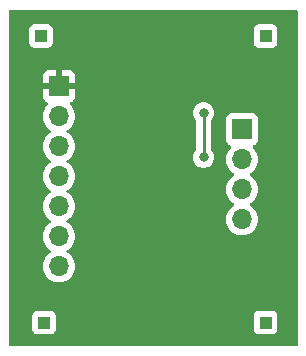
<source format=gbr>
G04 #@! TF.GenerationSoftware,KiCad,Pcbnew,8.0.01-1-dev-1e03266dfe*
G04 #@! TF.CreationDate,2024-03-02T01:48:17-08:00*
G04 #@! TF.ProjectId,sfh7074_breakoutboard,73666837-3037-4345-9f62-7265616b6f75,rev?*
G04 #@! TF.SameCoordinates,Original*
G04 #@! TF.FileFunction,Copper,L2,Bot*
G04 #@! TF.FilePolarity,Positive*
%FSLAX46Y46*%
G04 Gerber Fmt 4.6, Leading zero omitted, Abs format (unit mm)*
G04 Created by KiCad (PCBNEW 8.0.01-1-dev-1e03266dfe) date 2024-03-02 01:48:17*
%MOMM*%
%LPD*%
G01*
G04 APERTURE LIST*
G04 #@! TA.AperFunction,ComponentPad*
%ADD10R,1.700000X1.700000*%
G04 #@! TD*
G04 #@! TA.AperFunction,ComponentPad*
%ADD11O,1.700000X1.700000*%
G04 #@! TD*
G04 #@! TA.AperFunction,ComponentPad*
%ADD12R,1.000000X1.000000*%
G04 #@! TD*
G04 #@! TA.AperFunction,ViaPad*
%ADD13C,0.800000*%
G04 #@! TD*
G04 #@! TA.AperFunction,Conductor*
%ADD14C,0.250000*%
G04 #@! TD*
G04 APERTURE END LIST*
D10*
X24000000Y-21000000D03*
D11*
X24000000Y-23540000D03*
X24000000Y-26080000D03*
X24000000Y-28620000D03*
X24000000Y-31160000D03*
X24000000Y-33700000D03*
X24000000Y-36240000D03*
D10*
X39500000Y-24650000D03*
D11*
X39500000Y-27190000D03*
X39500000Y-29730000D03*
X39500000Y-32270000D03*
D12*
X41500000Y-41000000D03*
X41500000Y-16750000D03*
X22750000Y-41000000D03*
X22500000Y-16750000D03*
D13*
X32250000Y-19500000D03*
X36250000Y-23250000D03*
X36250000Y-27000000D03*
D14*
X36250000Y-27000000D02*
X36250000Y-23250000D01*
G04 #@! TA.AperFunction,Conductor*
G36*
X44182539Y-14530185D02*
G01*
X44228294Y-14582989D01*
X44239500Y-14634500D01*
X44239500Y-42865500D01*
X44219815Y-42932539D01*
X44167011Y-42978294D01*
X44115500Y-42989500D01*
X19884500Y-42989500D01*
X19817461Y-42969815D01*
X19771706Y-42917011D01*
X19760500Y-42865500D01*
X19760500Y-41548654D01*
X21741500Y-41548654D01*
X21748011Y-41609202D01*
X21748011Y-41609204D01*
X21799111Y-41746204D01*
X21886739Y-41863261D01*
X22003796Y-41950889D01*
X22140799Y-42001989D01*
X22168050Y-42004918D01*
X22201345Y-42008499D01*
X22201362Y-42008500D01*
X23298638Y-42008500D01*
X23298654Y-42008499D01*
X23325692Y-42005591D01*
X23359201Y-42001989D01*
X23496204Y-41950889D01*
X23613261Y-41863261D01*
X23700889Y-41746204D01*
X23751989Y-41609201D01*
X23755591Y-41575692D01*
X23758499Y-41548654D01*
X40491500Y-41548654D01*
X40498011Y-41609202D01*
X40498011Y-41609204D01*
X40549111Y-41746204D01*
X40636739Y-41863261D01*
X40753796Y-41950889D01*
X40890799Y-42001989D01*
X40918050Y-42004918D01*
X40951345Y-42008499D01*
X40951362Y-42008500D01*
X42048638Y-42008500D01*
X42048654Y-42008499D01*
X42075692Y-42005591D01*
X42109201Y-42001989D01*
X42246204Y-41950889D01*
X42363261Y-41863261D01*
X42450889Y-41746204D01*
X42501989Y-41609201D01*
X42505591Y-41575692D01*
X42508499Y-41548654D01*
X42508500Y-41548637D01*
X42508500Y-40451362D01*
X42508499Y-40451345D01*
X42505157Y-40420270D01*
X42501989Y-40390799D01*
X42450889Y-40253796D01*
X42363261Y-40136739D01*
X42246204Y-40049111D01*
X42109203Y-39998011D01*
X42048654Y-39991500D01*
X42048638Y-39991500D01*
X40951362Y-39991500D01*
X40951345Y-39991500D01*
X40890797Y-39998011D01*
X40890795Y-39998011D01*
X40753795Y-40049111D01*
X40636739Y-40136739D01*
X40549111Y-40253795D01*
X40498011Y-40390795D01*
X40498011Y-40390797D01*
X40491500Y-40451345D01*
X40491500Y-41548654D01*
X23758499Y-41548654D01*
X23758500Y-41548637D01*
X23758500Y-40451362D01*
X23758499Y-40451345D01*
X23755157Y-40420270D01*
X23751989Y-40390799D01*
X23700889Y-40253796D01*
X23613261Y-40136739D01*
X23496204Y-40049111D01*
X23359203Y-39998011D01*
X23298654Y-39991500D01*
X23298638Y-39991500D01*
X22201362Y-39991500D01*
X22201345Y-39991500D01*
X22140797Y-39998011D01*
X22140795Y-39998011D01*
X22003795Y-40049111D01*
X21886739Y-40136739D01*
X21799111Y-40253795D01*
X21748011Y-40390795D01*
X21748011Y-40390797D01*
X21741500Y-40451345D01*
X21741500Y-41548654D01*
X19760500Y-41548654D01*
X19760500Y-36240005D01*
X22636844Y-36240005D01*
X22655434Y-36464359D01*
X22655436Y-36464371D01*
X22710703Y-36682614D01*
X22801140Y-36888792D01*
X22924276Y-37077265D01*
X22924284Y-37077276D01*
X23076756Y-37242902D01*
X23076760Y-37242906D01*
X23254424Y-37381189D01*
X23254425Y-37381189D01*
X23254427Y-37381191D01*
X23381135Y-37449761D01*
X23452426Y-37488342D01*
X23665365Y-37561444D01*
X23887431Y-37598500D01*
X24112569Y-37598500D01*
X24334635Y-37561444D01*
X24547574Y-37488342D01*
X24745576Y-37381189D01*
X24923240Y-37242906D01*
X25075722Y-37077268D01*
X25198860Y-36888791D01*
X25289296Y-36682616D01*
X25344564Y-36464368D01*
X25363156Y-36240000D01*
X25344564Y-36015632D01*
X25289296Y-35797384D01*
X25198860Y-35591209D01*
X25075722Y-35402732D01*
X25075719Y-35402729D01*
X25075715Y-35402723D01*
X24923243Y-35237097D01*
X24923238Y-35237092D01*
X24745577Y-35098812D01*
X24745578Y-35098812D01*
X24745576Y-35098811D01*
X24709070Y-35079055D01*
X24659479Y-35029836D01*
X24644371Y-34961619D01*
X24668541Y-34896064D01*
X24709070Y-34860945D01*
X24709084Y-34860936D01*
X24745576Y-34841189D01*
X24923240Y-34702906D01*
X25075722Y-34537268D01*
X25198860Y-34348791D01*
X25289296Y-34142616D01*
X25344564Y-33924368D01*
X25363156Y-33700000D01*
X25357231Y-33628500D01*
X25344565Y-33475640D01*
X25344563Y-33475628D01*
X25293227Y-33272907D01*
X25289296Y-33257384D01*
X25198860Y-33051209D01*
X25075722Y-32862732D01*
X25075719Y-32862729D01*
X25075715Y-32862723D01*
X24923243Y-32697097D01*
X24923238Y-32697092D01*
X24745577Y-32558812D01*
X24745578Y-32558812D01*
X24745576Y-32558811D01*
X24709070Y-32539055D01*
X24659479Y-32489836D01*
X24644371Y-32421619D01*
X24668541Y-32356064D01*
X24709070Y-32320945D01*
X24709084Y-32320936D01*
X24745576Y-32301189D01*
X24785641Y-32270005D01*
X38136844Y-32270005D01*
X38155434Y-32494359D01*
X38155436Y-32494371D01*
X38210703Y-32712614D01*
X38301140Y-32918792D01*
X38424276Y-33107265D01*
X38424284Y-33107276D01*
X38576756Y-33272902D01*
X38576760Y-33272906D01*
X38754424Y-33411189D01*
X38754425Y-33411189D01*
X38754427Y-33411191D01*
X38873497Y-33475628D01*
X38952426Y-33518342D01*
X39165365Y-33591444D01*
X39387431Y-33628500D01*
X39612569Y-33628500D01*
X39834635Y-33591444D01*
X40047574Y-33518342D01*
X40245576Y-33411189D01*
X40423240Y-33272906D01*
X40575722Y-33107268D01*
X40698860Y-32918791D01*
X40789296Y-32712616D01*
X40844564Y-32494368D01*
X40848103Y-32451658D01*
X40863156Y-32270005D01*
X40863156Y-32269994D01*
X40844565Y-32045640D01*
X40844563Y-32045628D01*
X40789296Y-31827385D01*
X40781140Y-31808792D01*
X40698860Y-31621209D01*
X40686711Y-31602614D01*
X40575723Y-31432734D01*
X40575715Y-31432723D01*
X40423243Y-31267097D01*
X40423238Y-31267092D01*
X40245577Y-31128812D01*
X40245578Y-31128812D01*
X40245576Y-31128811D01*
X40209070Y-31109055D01*
X40159479Y-31059836D01*
X40144371Y-30991619D01*
X40168541Y-30926064D01*
X40209070Y-30890945D01*
X40209084Y-30890936D01*
X40245576Y-30871189D01*
X40423240Y-30732906D01*
X40575722Y-30567268D01*
X40698860Y-30378791D01*
X40789296Y-30172616D01*
X40844564Y-29954368D01*
X40848103Y-29911658D01*
X40863156Y-29730005D01*
X40863156Y-29729994D01*
X40844565Y-29505640D01*
X40844563Y-29505628D01*
X40789296Y-29287385D01*
X40781140Y-29268792D01*
X40698860Y-29081209D01*
X40686711Y-29062614D01*
X40575723Y-28892734D01*
X40575715Y-28892723D01*
X40423243Y-28727097D01*
X40423238Y-28727092D01*
X40245577Y-28588812D01*
X40245578Y-28588812D01*
X40245576Y-28588811D01*
X40209070Y-28569055D01*
X40159479Y-28519836D01*
X40144371Y-28451619D01*
X40168541Y-28386064D01*
X40209070Y-28350945D01*
X40209084Y-28350936D01*
X40245576Y-28331189D01*
X40423240Y-28192906D01*
X40575722Y-28027268D01*
X40698860Y-27838791D01*
X40789296Y-27632616D01*
X40844564Y-27414368D01*
X40848112Y-27371549D01*
X40863156Y-27190005D01*
X40863156Y-27189994D01*
X40844565Y-26965640D01*
X40844563Y-26965628D01*
X40789296Y-26747385D01*
X40781140Y-26728792D01*
X40698860Y-26541209D01*
X40686711Y-26522614D01*
X40637291Y-26446970D01*
X40575722Y-26352732D01*
X40575719Y-26352729D01*
X40575715Y-26352723D01*
X40430510Y-26194991D01*
X40399587Y-26132337D01*
X40407447Y-26062911D01*
X40451594Y-26008755D01*
X40478405Y-25994827D01*
X40558584Y-25964920D01*
X40596204Y-25950889D01*
X40713261Y-25863261D01*
X40800889Y-25746204D01*
X40851989Y-25609201D01*
X40855591Y-25575692D01*
X40858499Y-25548654D01*
X40858500Y-25548637D01*
X40858500Y-23751362D01*
X40858499Y-23751345D01*
X40855157Y-23720270D01*
X40851989Y-23690799D01*
X40800889Y-23553796D01*
X40713261Y-23436739D01*
X40596204Y-23349111D01*
X40459203Y-23298011D01*
X40398654Y-23291500D01*
X40398638Y-23291500D01*
X38601362Y-23291500D01*
X38601345Y-23291500D01*
X38540797Y-23298011D01*
X38540795Y-23298011D01*
X38403795Y-23349111D01*
X38286739Y-23436739D01*
X38199111Y-23553795D01*
X38148011Y-23690795D01*
X38148011Y-23690797D01*
X38141500Y-23751345D01*
X38141500Y-25548654D01*
X38148011Y-25609202D01*
X38148011Y-25609204D01*
X38199111Y-25746204D01*
X38286739Y-25863261D01*
X38403796Y-25950889D01*
X38455737Y-25970262D01*
X38521595Y-25994827D01*
X38577528Y-26036699D01*
X38601944Y-26102163D01*
X38587092Y-26170436D01*
X38569490Y-26194991D01*
X38424279Y-26352730D01*
X38424276Y-26352734D01*
X38301140Y-26541207D01*
X38210703Y-26747385D01*
X38155436Y-26965628D01*
X38155434Y-26965640D01*
X38136844Y-27189994D01*
X38136844Y-27190005D01*
X38155434Y-27414359D01*
X38155436Y-27414371D01*
X38210703Y-27632614D01*
X38301140Y-27838792D01*
X38424276Y-28027265D01*
X38424284Y-28027276D01*
X38576756Y-28192902D01*
X38576760Y-28192906D01*
X38754424Y-28331189D01*
X38754429Y-28331191D01*
X38754431Y-28331193D01*
X38790930Y-28350946D01*
X38840520Y-28400165D01*
X38855628Y-28468382D01*
X38831457Y-28533937D01*
X38790930Y-28569054D01*
X38754431Y-28588806D01*
X38754422Y-28588812D01*
X38576761Y-28727092D01*
X38576756Y-28727097D01*
X38424284Y-28892723D01*
X38424276Y-28892734D01*
X38301140Y-29081207D01*
X38210703Y-29287385D01*
X38155436Y-29505628D01*
X38155434Y-29505640D01*
X38136844Y-29729994D01*
X38136844Y-29730005D01*
X38155434Y-29954359D01*
X38155436Y-29954371D01*
X38210703Y-30172614D01*
X38301140Y-30378792D01*
X38424276Y-30567265D01*
X38424284Y-30567276D01*
X38576756Y-30732902D01*
X38576760Y-30732906D01*
X38754424Y-30871189D01*
X38754429Y-30871191D01*
X38754431Y-30871193D01*
X38790930Y-30890946D01*
X38840520Y-30940165D01*
X38855628Y-31008382D01*
X38831457Y-31073937D01*
X38790930Y-31109054D01*
X38754431Y-31128806D01*
X38754422Y-31128812D01*
X38576761Y-31267092D01*
X38576756Y-31267097D01*
X38424284Y-31432723D01*
X38424276Y-31432734D01*
X38301140Y-31621207D01*
X38210703Y-31827385D01*
X38155436Y-32045628D01*
X38155434Y-32045640D01*
X38136844Y-32269994D01*
X38136844Y-32270005D01*
X24785641Y-32270005D01*
X24923240Y-32162906D01*
X25075722Y-31997268D01*
X25198860Y-31808791D01*
X25289296Y-31602616D01*
X25344564Y-31384368D01*
X25363156Y-31160000D01*
X25360571Y-31128809D01*
X25344565Y-30935640D01*
X25344563Y-30935628D01*
X25293227Y-30732907D01*
X25289296Y-30717384D01*
X25198860Y-30511209D01*
X25075722Y-30322732D01*
X25075719Y-30322729D01*
X25075715Y-30322723D01*
X24923243Y-30157097D01*
X24923238Y-30157092D01*
X24745577Y-30018812D01*
X24745578Y-30018812D01*
X24745576Y-30018811D01*
X24709070Y-29999055D01*
X24659479Y-29949836D01*
X24644371Y-29881619D01*
X24668541Y-29816064D01*
X24709070Y-29780945D01*
X24709084Y-29780936D01*
X24745576Y-29761189D01*
X24923240Y-29622906D01*
X25075722Y-29457268D01*
X25198860Y-29268791D01*
X25289296Y-29062616D01*
X25344564Y-28844368D01*
X25363156Y-28620000D01*
X25360571Y-28588809D01*
X25344565Y-28395640D01*
X25344563Y-28395628D01*
X25293227Y-28192907D01*
X25289296Y-28177384D01*
X25198860Y-27971209D01*
X25075722Y-27782732D01*
X25075719Y-27782729D01*
X25075715Y-27782723D01*
X24923243Y-27617097D01*
X24923238Y-27617092D01*
X24745577Y-27478812D01*
X24745578Y-27478812D01*
X24745576Y-27478811D01*
X24709070Y-27459055D01*
X24659479Y-27409836D01*
X24644371Y-27341619D01*
X24668541Y-27276064D01*
X24709070Y-27240945D01*
X24709084Y-27240936D01*
X24745576Y-27221189D01*
X24923240Y-27082906D01*
X24999561Y-27000000D01*
X35336496Y-27000000D01*
X35356458Y-27189928D01*
X35356459Y-27189931D01*
X35415470Y-27371549D01*
X35415473Y-27371556D01*
X35510960Y-27536944D01*
X35638747Y-27678866D01*
X35793248Y-27791118D01*
X35967712Y-27868794D01*
X36154513Y-27908500D01*
X36345487Y-27908500D01*
X36532288Y-27868794D01*
X36706752Y-27791118D01*
X36861253Y-27678866D01*
X36989040Y-27536944D01*
X37084527Y-27371556D01*
X37143542Y-27189928D01*
X37163504Y-27000000D01*
X37143542Y-26810072D01*
X37084527Y-26628444D01*
X36989040Y-26463056D01*
X36989036Y-26463050D01*
X36915350Y-26381213D01*
X36885120Y-26318221D01*
X36883500Y-26298241D01*
X36883500Y-23951756D01*
X36903185Y-23884717D01*
X36915346Y-23868788D01*
X36989040Y-23786944D01*
X37084527Y-23621556D01*
X37143542Y-23439928D01*
X37163504Y-23250000D01*
X37143542Y-23060072D01*
X37084527Y-22878444D01*
X36989040Y-22713056D01*
X36861253Y-22571134D01*
X36706752Y-22458882D01*
X36532288Y-22381206D01*
X36532286Y-22381205D01*
X36345487Y-22341500D01*
X36154513Y-22341500D01*
X35967714Y-22381205D01*
X35793246Y-22458883D01*
X35638745Y-22571135D01*
X35510959Y-22713057D01*
X35415473Y-22878443D01*
X35415470Y-22878450D01*
X35356459Y-23060068D01*
X35356458Y-23060072D01*
X35336496Y-23250000D01*
X35356458Y-23439928D01*
X35356459Y-23439931D01*
X35415470Y-23621549D01*
X35415473Y-23621556D01*
X35497925Y-23764368D01*
X35510960Y-23786944D01*
X35584649Y-23868784D01*
X35614880Y-23931775D01*
X35616500Y-23951756D01*
X35616500Y-26298241D01*
X35596815Y-26365280D01*
X35584650Y-26381213D01*
X35510963Y-26463050D01*
X35510958Y-26463057D01*
X35415473Y-26628443D01*
X35415470Y-26628450D01*
X35376826Y-26747385D01*
X35356458Y-26810072D01*
X35336496Y-27000000D01*
X24999561Y-27000000D01*
X25075722Y-26917268D01*
X25198860Y-26728791D01*
X25289296Y-26522616D01*
X25344564Y-26304368D01*
X25345072Y-26298241D01*
X25363156Y-26080005D01*
X25363156Y-26079994D01*
X25344565Y-25855640D01*
X25344563Y-25855628D01*
X25289296Y-25637385D01*
X25276933Y-25609201D01*
X25198860Y-25431209D01*
X25075722Y-25242732D01*
X25075719Y-25242729D01*
X25075715Y-25242723D01*
X24923243Y-25077097D01*
X24923238Y-25077092D01*
X24745577Y-24938812D01*
X24745578Y-24938812D01*
X24745576Y-24938811D01*
X24709070Y-24919055D01*
X24659479Y-24869836D01*
X24644371Y-24801619D01*
X24668541Y-24736064D01*
X24709070Y-24700945D01*
X24709084Y-24700936D01*
X24745576Y-24681189D01*
X24923240Y-24542906D01*
X25075722Y-24377268D01*
X25198860Y-24188791D01*
X25289296Y-23982616D01*
X25344564Y-23764368D01*
X25345643Y-23751345D01*
X25363156Y-23540005D01*
X25363156Y-23539994D01*
X25344565Y-23315640D01*
X25344563Y-23315628D01*
X25289296Y-23097385D01*
X25272929Y-23060072D01*
X25198860Y-22891209D01*
X25075722Y-22702732D01*
X24924291Y-22538236D01*
X24893370Y-22475584D01*
X24901230Y-22406158D01*
X24945376Y-22352002D01*
X24972189Y-22338073D01*
X25092086Y-22293354D01*
X25092093Y-22293350D01*
X25207187Y-22207190D01*
X25207190Y-22207187D01*
X25293350Y-22092093D01*
X25293354Y-22092086D01*
X25343596Y-21957379D01*
X25343598Y-21957372D01*
X25349999Y-21897844D01*
X25350000Y-21897827D01*
X25350000Y-21250000D01*
X24433012Y-21250000D01*
X24465925Y-21192993D01*
X24500000Y-21065826D01*
X24500000Y-20934174D01*
X24465925Y-20807007D01*
X24433012Y-20750000D01*
X25350000Y-20750000D01*
X25350000Y-20102172D01*
X25349999Y-20102155D01*
X25343598Y-20042627D01*
X25343596Y-20042620D01*
X25293354Y-19907913D01*
X25293350Y-19907906D01*
X25207190Y-19792812D01*
X25207187Y-19792809D01*
X25092093Y-19706649D01*
X25092086Y-19706645D01*
X24957379Y-19656403D01*
X24957372Y-19656401D01*
X24897844Y-19650000D01*
X24250000Y-19650000D01*
X24250000Y-20566988D01*
X24192993Y-20534075D01*
X24065826Y-20500000D01*
X23934174Y-20500000D01*
X23807007Y-20534075D01*
X23750000Y-20566988D01*
X23750000Y-19650000D01*
X23102155Y-19650000D01*
X23042627Y-19656401D01*
X23042620Y-19656403D01*
X22907913Y-19706645D01*
X22907906Y-19706649D01*
X22792812Y-19792809D01*
X22792809Y-19792812D01*
X22706649Y-19907906D01*
X22706645Y-19907913D01*
X22656403Y-20042620D01*
X22656401Y-20042627D01*
X22650000Y-20102155D01*
X22650000Y-20750000D01*
X23566988Y-20750000D01*
X23534075Y-20807007D01*
X23500000Y-20934174D01*
X23500000Y-21065826D01*
X23534075Y-21192993D01*
X23566988Y-21250000D01*
X22650000Y-21250000D01*
X22650000Y-21897844D01*
X22656401Y-21957372D01*
X22656403Y-21957379D01*
X22706645Y-22092086D01*
X22706649Y-22092093D01*
X22792809Y-22207187D01*
X22792812Y-22207190D01*
X22907906Y-22293350D01*
X22907913Y-22293354D01*
X23027810Y-22338073D01*
X23083744Y-22379944D01*
X23108161Y-22445409D01*
X23093309Y-22513682D01*
X23075706Y-22538238D01*
X22924284Y-22702723D01*
X22924276Y-22702734D01*
X22801140Y-22891207D01*
X22710703Y-23097385D01*
X22655436Y-23315628D01*
X22655434Y-23315640D01*
X22636844Y-23539994D01*
X22636844Y-23540005D01*
X22655434Y-23764359D01*
X22655436Y-23764371D01*
X22710703Y-23982614D01*
X22801140Y-24188792D01*
X22924276Y-24377265D01*
X22924284Y-24377276D01*
X23076756Y-24542902D01*
X23076760Y-24542906D01*
X23254424Y-24681189D01*
X23254429Y-24681191D01*
X23254431Y-24681193D01*
X23290930Y-24700946D01*
X23340520Y-24750165D01*
X23355628Y-24818382D01*
X23331457Y-24883937D01*
X23290930Y-24919054D01*
X23254431Y-24938806D01*
X23254422Y-24938812D01*
X23076761Y-25077092D01*
X23076756Y-25077097D01*
X22924284Y-25242723D01*
X22924276Y-25242734D01*
X22801140Y-25431207D01*
X22710703Y-25637385D01*
X22655436Y-25855628D01*
X22655434Y-25855640D01*
X22636844Y-26079994D01*
X22636844Y-26080005D01*
X22655434Y-26304359D01*
X22655436Y-26304371D01*
X22710703Y-26522614D01*
X22801140Y-26728792D01*
X22924276Y-26917265D01*
X22924284Y-26917276D01*
X23076756Y-27082902D01*
X23076760Y-27082906D01*
X23254424Y-27221189D01*
X23254429Y-27221191D01*
X23254431Y-27221193D01*
X23290930Y-27240946D01*
X23340520Y-27290165D01*
X23355628Y-27358382D01*
X23331457Y-27423937D01*
X23290930Y-27459054D01*
X23254431Y-27478806D01*
X23254422Y-27478812D01*
X23076761Y-27617092D01*
X23076756Y-27617097D01*
X22924284Y-27782723D01*
X22924276Y-27782734D01*
X22801140Y-27971207D01*
X22710703Y-28177385D01*
X22655436Y-28395628D01*
X22655434Y-28395640D01*
X22636844Y-28619994D01*
X22636844Y-28620005D01*
X22655434Y-28844359D01*
X22655436Y-28844371D01*
X22710703Y-29062614D01*
X22801140Y-29268792D01*
X22924276Y-29457265D01*
X22924284Y-29457276D01*
X23076756Y-29622902D01*
X23076760Y-29622906D01*
X23254424Y-29761189D01*
X23254429Y-29761191D01*
X23254431Y-29761193D01*
X23290930Y-29780946D01*
X23340520Y-29830165D01*
X23355628Y-29898382D01*
X23331457Y-29963937D01*
X23290930Y-29999054D01*
X23254431Y-30018806D01*
X23254422Y-30018812D01*
X23076761Y-30157092D01*
X23076756Y-30157097D01*
X22924284Y-30322723D01*
X22924276Y-30322734D01*
X22801140Y-30511207D01*
X22710703Y-30717385D01*
X22655436Y-30935628D01*
X22655434Y-30935640D01*
X22636844Y-31159994D01*
X22636844Y-31160005D01*
X22655434Y-31384359D01*
X22655436Y-31384371D01*
X22710703Y-31602614D01*
X22801140Y-31808792D01*
X22924276Y-31997265D01*
X22924284Y-31997276D01*
X23076756Y-32162902D01*
X23076760Y-32162906D01*
X23254424Y-32301189D01*
X23254429Y-32301191D01*
X23254431Y-32301193D01*
X23290930Y-32320946D01*
X23340520Y-32370165D01*
X23355628Y-32438382D01*
X23331457Y-32503937D01*
X23290930Y-32539054D01*
X23254431Y-32558806D01*
X23254422Y-32558812D01*
X23076761Y-32697092D01*
X23076756Y-32697097D01*
X22924284Y-32862723D01*
X22924276Y-32862734D01*
X22801140Y-33051207D01*
X22710703Y-33257385D01*
X22655436Y-33475628D01*
X22655434Y-33475640D01*
X22636844Y-33699994D01*
X22636844Y-33700005D01*
X22655434Y-33924359D01*
X22655436Y-33924371D01*
X22710703Y-34142614D01*
X22801140Y-34348792D01*
X22924276Y-34537265D01*
X22924284Y-34537276D01*
X23076756Y-34702902D01*
X23076760Y-34702906D01*
X23254424Y-34841189D01*
X23254429Y-34841191D01*
X23254431Y-34841193D01*
X23290930Y-34860946D01*
X23340520Y-34910165D01*
X23355628Y-34978382D01*
X23331457Y-35043937D01*
X23290930Y-35079054D01*
X23254431Y-35098806D01*
X23254422Y-35098812D01*
X23076761Y-35237092D01*
X23076756Y-35237097D01*
X22924284Y-35402723D01*
X22924276Y-35402734D01*
X22801140Y-35591207D01*
X22710703Y-35797385D01*
X22655436Y-36015628D01*
X22655434Y-36015640D01*
X22636844Y-36239994D01*
X22636844Y-36240005D01*
X19760500Y-36240005D01*
X19760500Y-17298654D01*
X21491500Y-17298654D01*
X21498011Y-17359202D01*
X21498011Y-17359204D01*
X21549111Y-17496204D01*
X21636739Y-17613261D01*
X21753796Y-17700889D01*
X21890799Y-17751989D01*
X21918050Y-17754918D01*
X21951345Y-17758499D01*
X21951362Y-17758500D01*
X23048638Y-17758500D01*
X23048654Y-17758499D01*
X23075692Y-17755591D01*
X23109201Y-17751989D01*
X23246204Y-17700889D01*
X23363261Y-17613261D01*
X23450889Y-17496204D01*
X23501989Y-17359201D01*
X23505591Y-17325692D01*
X23508499Y-17298654D01*
X40491500Y-17298654D01*
X40498011Y-17359202D01*
X40498011Y-17359204D01*
X40549111Y-17496204D01*
X40636739Y-17613261D01*
X40753796Y-17700889D01*
X40890799Y-17751989D01*
X40918050Y-17754918D01*
X40951345Y-17758499D01*
X40951362Y-17758500D01*
X42048638Y-17758500D01*
X42048654Y-17758499D01*
X42075692Y-17755591D01*
X42109201Y-17751989D01*
X42246204Y-17700889D01*
X42363261Y-17613261D01*
X42450889Y-17496204D01*
X42501989Y-17359201D01*
X42505591Y-17325692D01*
X42508499Y-17298654D01*
X42508500Y-17298637D01*
X42508500Y-16201362D01*
X42508499Y-16201345D01*
X42505157Y-16170270D01*
X42501989Y-16140799D01*
X42450889Y-16003796D01*
X42363261Y-15886739D01*
X42246204Y-15799111D01*
X42109203Y-15748011D01*
X42048654Y-15741500D01*
X42048638Y-15741500D01*
X40951362Y-15741500D01*
X40951345Y-15741500D01*
X40890797Y-15748011D01*
X40890795Y-15748011D01*
X40753795Y-15799111D01*
X40636739Y-15886739D01*
X40549111Y-16003795D01*
X40498011Y-16140795D01*
X40498011Y-16140797D01*
X40491500Y-16201345D01*
X40491500Y-17298654D01*
X23508499Y-17298654D01*
X23508500Y-17298637D01*
X23508500Y-16201362D01*
X23508499Y-16201345D01*
X23505157Y-16170270D01*
X23501989Y-16140799D01*
X23450889Y-16003796D01*
X23363261Y-15886739D01*
X23246204Y-15799111D01*
X23109203Y-15748011D01*
X23048654Y-15741500D01*
X23048638Y-15741500D01*
X21951362Y-15741500D01*
X21951345Y-15741500D01*
X21890797Y-15748011D01*
X21890795Y-15748011D01*
X21753795Y-15799111D01*
X21636739Y-15886739D01*
X21549111Y-16003795D01*
X21498011Y-16140795D01*
X21498011Y-16140797D01*
X21491500Y-16201345D01*
X21491500Y-17298654D01*
X19760500Y-17298654D01*
X19760500Y-14634500D01*
X19780185Y-14567461D01*
X19832989Y-14521706D01*
X19884500Y-14510500D01*
X44115500Y-14510500D01*
X44182539Y-14530185D01*
G37*
G04 #@! TD.AperFunction*
M02*

</source>
